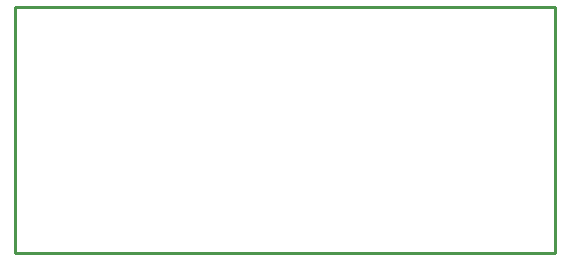
<source format=gbr>
G04 start of page 4 for group 2 idx 2 *
G04 Title: (unknown), outline *
G04 Creator: pcb 20110918 *
G04 CreationDate: Sun 25 Aug 2013 09:48:42 PM GMT UTC *
G04 For: ndholmes *
G04 Format: Gerber/RS-274X *
G04 PCB-Dimensions: 180000 82000 *
G04 PCB-Coordinate-Origin: lower left *
%MOIN*%
%FSLAX25Y25*%
%LNOUTLINE*%
%ADD37C,0.0100*%
G54D37*X0Y82000D02*X180000D01*
Y0D01*
X0D01*
Y82000D01*
M02*

</source>
